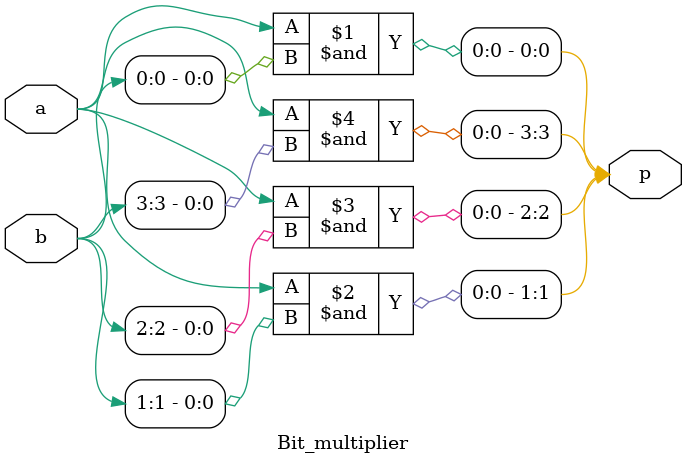
<source format=v>
`timescale 1ns / 1ps


module Bit_multiplier(
    input a,
    input [3:0] b,
    output [3:0] p
    );
    assign p[0]=a& b[0];
    assign p[1]=a& b[1];
    assign p[2]=a& b[2];
    assign p[3]=a& b[3];
    
endmodule

</source>
